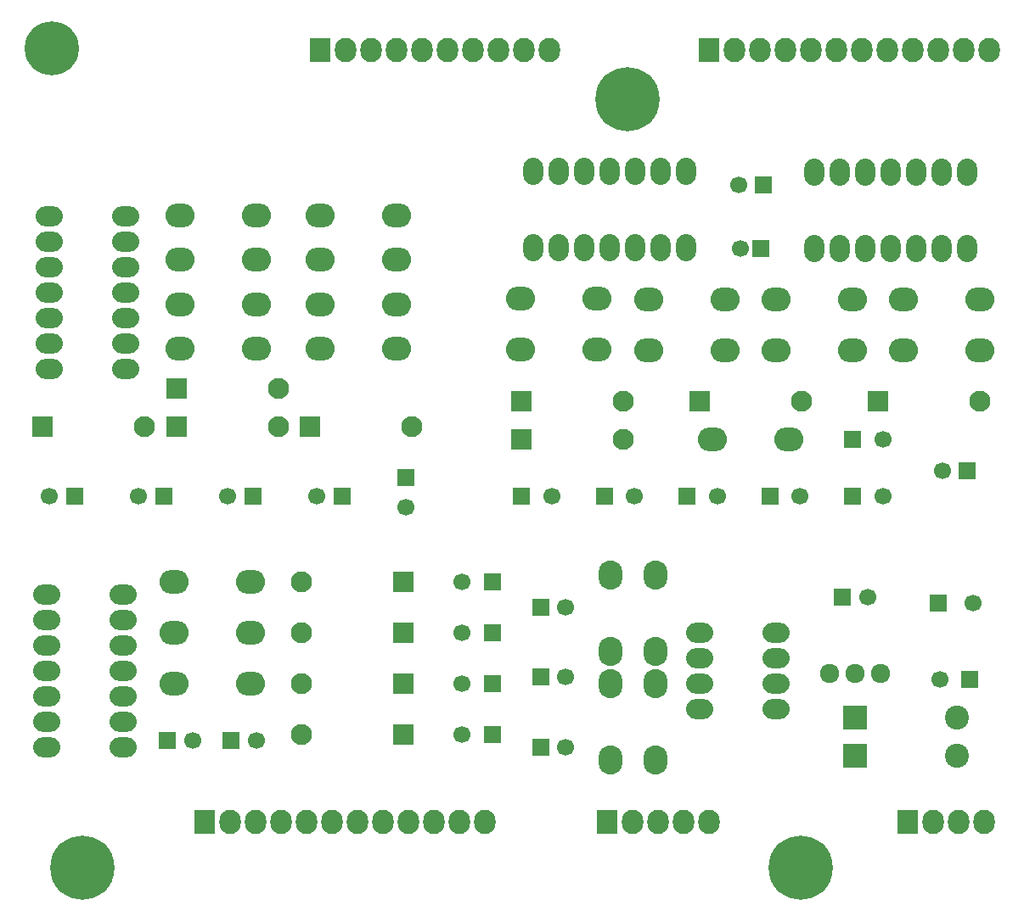
<source format=gbr>
G04 #@! TF.FileFunction,Soldermask,Bot*
%FSLAX46Y46*%
G04 Gerber Fmt 4.6, Leading zero omitted, Abs format (unit mm)*
G04 Created by KiCad (PCBNEW 4.0.2+e4-6225~38~ubuntu14.04.1-stable) date Sa 25 Jun 2016 13:19:29 CEST*
%MOMM*%
G01*
G04 APERTURE LIST*
%ADD10C,0.100000*%
%ADD11C,1.700000*%
%ADD12R,1.700000X1.700000*%
%ADD13C,2.398980*%
%ADD14R,2.398980X2.398980*%
%ADD15C,2.099260*%
%ADD16R,2.099260X2.099260*%
%ADD17O,2.900000X2.400000*%
%ADD18O,2.400000X2.900000*%
%ADD19O,2.000000X2.700000*%
%ADD20O,2.700000X2.000000*%
%ADD21R,2.127200X2.432000*%
%ADD22O,2.127200X2.432000*%
%ADD23C,1.924000*%
%ADD24C,6.400000*%
%ADD25C,5.400000*%
G04 APERTURE END LIST*
D10*
D11*
X125420000Y-88900000D03*
D12*
X121920000Y-88900000D03*
X82296000Y-89281000D03*
D11*
X84796000Y-89281000D03*
D12*
X82296000Y-96266000D03*
D11*
X84796000Y-96266000D03*
D12*
X104521000Y-47117000D03*
D11*
X102021000Y-47117000D03*
X114895000Y-88265000D03*
D12*
X112395000Y-88265000D03*
X125095000Y-96520000D03*
D11*
X122095000Y-96520000D03*
D12*
X82296000Y-103251000D03*
D11*
X84796000Y-103251000D03*
D12*
X88646000Y-78232000D03*
D11*
X91646000Y-78232000D03*
D12*
X96901000Y-78232000D03*
D11*
X99901000Y-78232000D03*
D12*
X77470000Y-96901000D03*
D11*
X74470000Y-96901000D03*
D12*
X62484000Y-78232000D03*
D11*
X59984000Y-78232000D03*
D12*
X77470000Y-101981000D03*
D11*
X74470000Y-101981000D03*
D12*
X105156000Y-78232000D03*
D11*
X108156000Y-78232000D03*
D12*
X35814000Y-78232000D03*
D11*
X33314000Y-78232000D03*
D12*
X45085000Y-102616000D03*
D11*
X47585000Y-102616000D03*
D12*
X113411000Y-78232000D03*
D11*
X116411000Y-78232000D03*
D12*
X77470000Y-91821000D03*
D11*
X74470000Y-91821000D03*
D12*
X51435000Y-102616000D03*
D11*
X53935000Y-102616000D03*
D12*
X44704000Y-78232000D03*
D11*
X42204000Y-78232000D03*
D12*
X53594000Y-78232000D03*
D11*
X51094000Y-78232000D03*
D12*
X124841000Y-75692000D03*
D11*
X122341000Y-75692000D03*
D12*
X104267000Y-53467000D03*
D11*
X102267000Y-53467000D03*
D13*
X123825000Y-104137460D03*
D14*
X113665000Y-104137460D03*
D13*
X123825000Y-100327460D03*
D14*
X113665000Y-100327460D03*
D15*
X90551520Y-72514460D03*
D16*
X80391520Y-72514460D03*
D15*
X56134520Y-67434460D03*
D16*
X45974520Y-67434460D03*
D15*
X58419480Y-91823540D03*
D16*
X68579480Y-91823540D03*
D15*
X90551520Y-68704460D03*
D16*
X80391520Y-68704460D03*
D15*
X69469520Y-71244460D03*
D16*
X59309520Y-71244460D03*
D15*
X58419480Y-86743540D03*
D16*
X68579480Y-86743540D03*
D17*
X99441000Y-72517000D03*
X107061000Y-72517000D03*
D18*
X89281000Y-104521000D03*
X89281000Y-96901000D03*
X93726000Y-104521000D03*
X93726000Y-96901000D03*
X89281000Y-86106000D03*
X89281000Y-93726000D03*
X93726000Y-93726000D03*
X93726000Y-86106000D03*
D17*
X105791000Y-58547000D03*
X113411000Y-58547000D03*
X46355000Y-50165000D03*
X53975000Y-50165000D03*
X118491000Y-58547000D03*
X126111000Y-58547000D03*
X93091000Y-63627000D03*
X100711000Y-63627000D03*
X46355000Y-54610000D03*
X53975000Y-54610000D03*
X105791000Y-63627000D03*
X113411000Y-63627000D03*
X46355000Y-59055000D03*
X53975000Y-59055000D03*
X126111000Y-63627000D03*
X118491000Y-63627000D03*
X60325000Y-59055000D03*
X67945000Y-59055000D03*
X45720000Y-96901000D03*
X53340000Y-96901000D03*
X46355000Y-63500000D03*
X53975000Y-63500000D03*
X67945000Y-63500000D03*
X60325000Y-63500000D03*
X80271000Y-63547000D03*
X87891000Y-63547000D03*
D19*
X109601000Y-53467000D03*
X112141000Y-53467000D03*
X114681000Y-53467000D03*
X117221000Y-53467000D03*
X119761000Y-53467000D03*
X122301000Y-53467000D03*
X124841000Y-53467000D03*
X124841000Y-45847000D03*
X122301000Y-45847000D03*
X119761000Y-45847000D03*
X117221000Y-45847000D03*
X114681000Y-45847000D03*
X112141000Y-45847000D03*
X109601000Y-45847000D03*
D20*
X98171000Y-91821000D03*
X98171000Y-94361000D03*
X98171000Y-96901000D03*
X98171000Y-99441000D03*
X105791000Y-99441000D03*
X105791000Y-96901000D03*
X105791000Y-94361000D03*
X105791000Y-91821000D03*
D15*
X108331520Y-68704460D03*
D16*
X98171520Y-68704460D03*
D15*
X126111520Y-68704460D03*
D16*
X115951520Y-68704460D03*
D15*
X42799520Y-71244460D03*
D16*
X32639520Y-71244460D03*
D15*
X56134520Y-71244460D03*
D16*
X45974520Y-71244460D03*
D15*
X58419480Y-96903540D03*
D16*
X68579480Y-96903540D03*
D15*
X58419480Y-101983540D03*
D16*
X68579480Y-101983540D03*
D17*
X80271000Y-58467000D03*
X87891000Y-58467000D03*
X93091000Y-58547000D03*
X100711000Y-58547000D03*
X60325000Y-50165000D03*
X67945000Y-50165000D03*
X53340000Y-86741000D03*
X45720000Y-86741000D03*
X67945000Y-54610000D03*
X60325000Y-54610000D03*
X53340000Y-91821000D03*
X45720000Y-91821000D03*
D21*
X118872000Y-110744000D03*
D22*
X121412000Y-110744000D03*
X123952000Y-110744000D03*
X126492000Y-110744000D03*
D21*
X88900000Y-110744000D03*
D22*
X91440000Y-110744000D03*
X93980000Y-110744000D03*
X96520000Y-110744000D03*
X99060000Y-110744000D03*
D21*
X99060000Y-33655000D03*
D22*
X101600000Y-33655000D03*
X104140000Y-33655000D03*
X106680000Y-33655000D03*
X109220000Y-33655000D03*
X111760000Y-33655000D03*
X114300000Y-33655000D03*
X116840000Y-33655000D03*
X119380000Y-33655000D03*
X121920000Y-33655000D03*
X124460000Y-33655000D03*
X127000000Y-33655000D03*
D21*
X48768000Y-110744000D03*
D22*
X51308000Y-110744000D03*
X53848000Y-110744000D03*
X56388000Y-110744000D03*
X58928000Y-110744000D03*
X61468000Y-110744000D03*
X64008000Y-110744000D03*
X66548000Y-110744000D03*
X69088000Y-110744000D03*
X71628000Y-110744000D03*
X74168000Y-110744000D03*
X76708000Y-110744000D03*
D21*
X60325000Y-33655000D03*
D22*
X62865000Y-33655000D03*
X65405000Y-33655000D03*
X67945000Y-33655000D03*
X70485000Y-33655000D03*
X73025000Y-33655000D03*
X75565000Y-33655000D03*
X78105000Y-33655000D03*
X80645000Y-33655000D03*
X83185000Y-33655000D03*
D20*
X33020000Y-88011000D03*
X33020000Y-90551000D03*
X33020000Y-93091000D03*
X33020000Y-95631000D03*
X33020000Y-98171000D03*
X33020000Y-100711000D03*
X33020000Y-103251000D03*
X40640000Y-103251000D03*
X40640000Y-100711000D03*
X40640000Y-98171000D03*
X40640000Y-95631000D03*
X40640000Y-93091000D03*
X40640000Y-90551000D03*
X40640000Y-88011000D03*
X33274000Y-50292000D03*
X33274000Y-52832000D03*
X33274000Y-55372000D03*
X33274000Y-57912000D03*
X33274000Y-60452000D03*
X33274000Y-62992000D03*
X33274000Y-65532000D03*
X40894000Y-65532000D03*
X40894000Y-62992000D03*
X40894000Y-60452000D03*
X40894000Y-57912000D03*
X40894000Y-55372000D03*
X40894000Y-52832000D03*
X40894000Y-50292000D03*
D19*
X81541000Y-53387000D03*
X84081000Y-53387000D03*
X86621000Y-53387000D03*
X89161000Y-53387000D03*
X91701000Y-53387000D03*
X94241000Y-53387000D03*
X96781000Y-53387000D03*
X96781000Y-45767000D03*
X94241000Y-45767000D03*
X91701000Y-45767000D03*
X89161000Y-45767000D03*
X86621000Y-45767000D03*
X84081000Y-45767000D03*
X81541000Y-45767000D03*
D23*
X113665000Y-95885000D03*
X116205000Y-95885000D03*
X111125000Y-95885000D03*
D12*
X68834000Y-76327000D03*
D11*
X68834000Y-79327000D03*
D12*
X77470000Y-86741000D03*
D11*
X74470000Y-86741000D03*
D12*
X113411000Y-72517000D03*
D11*
X116411000Y-72517000D03*
D12*
X80391000Y-78232000D03*
D11*
X83391000Y-78232000D03*
D24*
X108204000Y-115316000D03*
X90932000Y-38608000D03*
X36576000Y-115316000D03*
D25*
X33528000Y-33528000D03*
M02*

</source>
